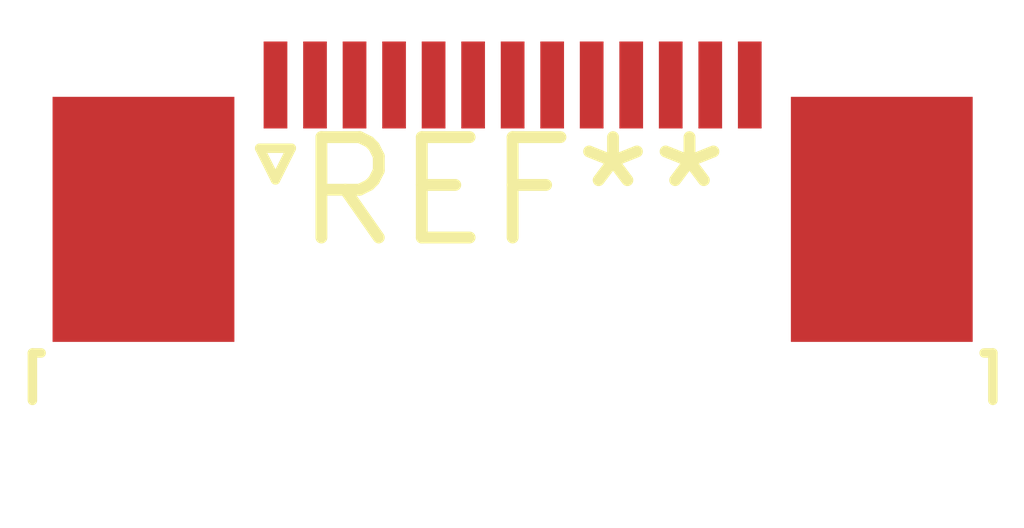
<source format=kicad_pcb>
(kicad_pcb (version 20240108) (generator pcbnew)
  (layers (0 "F.Cu" signal) (31 "B.Cu" signal) (34 "B.Paste" user) (35 "F.Paste" user) (36 "B.SilkS" user "B.Silkscreen") (37 "F.SilkS" user "F.Silkscreen") (38 "B.Mask" user) (39 "F.Mask" user) (44 "Edge.Cuts" user))
  (net 0 "")
  (footprint "TE_1-1734839-3_1x13-1MP_P0.5mm_Horizontal" (layer "F.Cu") (at 0 0)
    (property "Reference" "REF**")
    (property "Value" "PCB Edge")
    (fp_line (start -6.075 2.04) (end -6.075 2.64) (layer "F.SilkS") (stroke (width 0.12)))
    (fp_line (start -5.965 2.04) (end -6.075 2.04) (layer "F.SilkS") (stroke (width 0.12)))
    (fp_line (start -3.2 -0.55) (end -3 -0.15) (layer "F.SilkS") (stroke (width 0.12)))
    (fp_line (start -3 -0.15) (end -2.8 -0.55) (layer "F.SilkS") (stroke (width 0.12)))
    (fp_line (start -2.8 -0.55) (end -3.2 -0.55) (layer "F.SilkS") (stroke (width 0.12)))
    (fp_line (start 5.965 2.04) (end 6.075 2.04) (layer "F.SilkS") (stroke (width 0.12)))
    (fp_line (start 6.075 2.04) (end 6.075 2.64) (layer "F.SilkS") (stroke (width 0.12)))
    (pad "1" smd rect (at -3 -1.35) (size 0.3 1.1) (layers "F.Cu" "F.Paste" "F.Mask"))
    (pad "2" smd rect (at -2.5 -1.35) (size 0.3 1.1) (layers "F.Cu" "F.Paste" "F.Mask"))
    (pad "3" smd rect (at -2 -1.35) (size 0.3 1.1) (layers "F.Cu" "F.Paste" "F.Mask"))
    (pad "4" smd rect (at -1.5 -1.35) (size 0.3 1.1) (layers "F.Cu" "F.Paste" "F.Mask"))
    (pad "5" smd rect (at -1 -1.35) (size 0.3 1.1) (layers "F.Cu" "F.Paste" "F.Mask"))
    (pad "6" smd rect (at -0.5 -1.35) (size 0.3 1.1) (layers "F.Cu" "F.Paste" "F.Mask"))
    (pad "7" smd rect (at 0 -1.35) (size 0.3 1.1) (layers "F.Cu" "F.Paste" "F.Mask"))
    (pad "8" smd rect (at 0.5 -1.35) (size 0.3 1.1) (layers "F.Cu" "F.Paste" "F.Mask"))
    (pad "9" smd rect (at 1 -1.35) (size 0.3 1.1) (layers "F.Cu" "F.Paste" "F.Mask"))
    (pad "10" smd rect (at 1.5 -1.35) (size 0.3 1.1) (layers "F.Cu" "F.Paste" "F.Mask"))
    (pad "11" smd rect (at 2 -1.35) (size 0.3 1.1) (layers "F.Cu" "F.Paste" "F.Mask"))
    (pad "12" smd rect (at 2.5 -1.35) (size 0.3 1.1) (layers "F.Cu" "F.Paste" "F.Mask"))
    (pad "13" smd rect (at 3 -1.35) (size 0.3 1.1) (layers "F.Cu" "F.Paste" "F.Mask"))
    (pad "MP" smd rect (at -4.67 0.35) (size 2.3 3.1) (layers "F.Cu" "F.Paste" "F.Mask"))
    (pad "MP" smd rect (at 4.67 0.35) (size 2.3 3.1) (layers "F.Cu" "F.Paste" "F.Mask"))
  )
)
</source>
